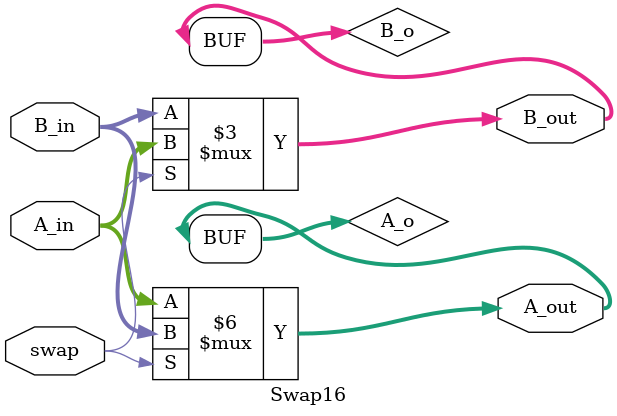
<source format=v>
module Swap16
(

input [15:0] A_in, B_in,
output [15:0] A_out, B_out,
input swap
);

reg [15:0] A_o;
reg [15:0] B_o;
assign A_out = A_o;
assign B_out = B_o;

always @(*) begin

if(swap) begin
			A_o = B_in;
			B_o = A_in;
			end 
else begin
			A_o = A_in;
			B_o = B_in;
			end
			
end
			
endmodule
</source>
